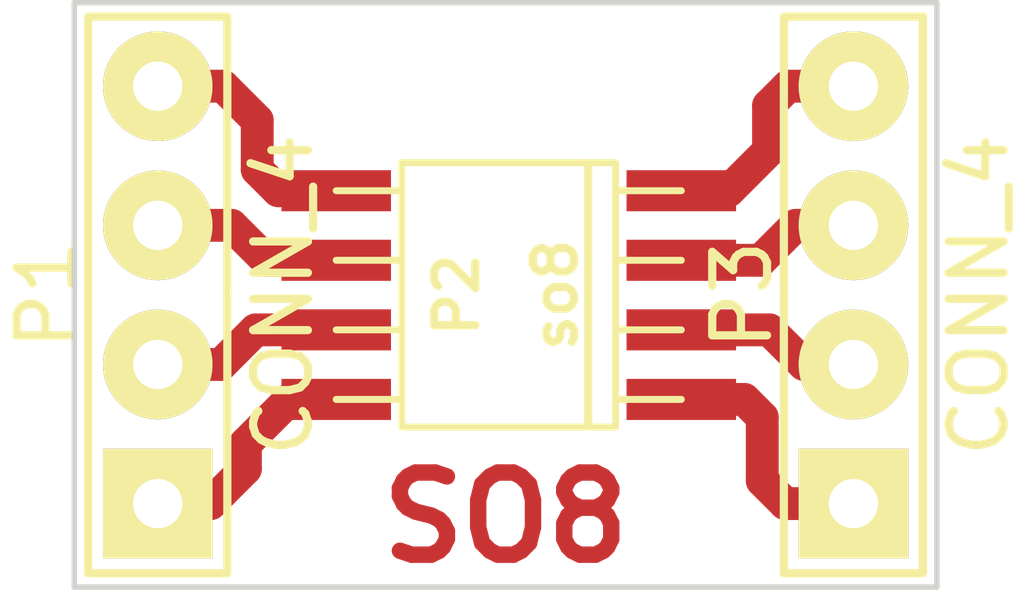
<source format=kicad_pcb>
(kicad_pcb (version 3) (host pcbnew "(2013-may-18)-stable")

  (general
    (links 8)
    (no_connects 0)
    (area 373.313 242.748999 391.989 253.636214)
    (thickness 1.6)
    (drawings 5)
    (tracks 32)
    (zones 0)
    (modules 3)
    (nets 9)
  )

  (page A2)
  (layers
    (15 F.Cu signal)
    (0 B.Cu signal)
    (16 B.Adhes user)
    (17 F.Adhes user)
    (18 B.Paste user)
    (19 F.Paste user)
    (20 B.SilkS user)
    (21 F.SilkS user)
    (22 B.Mask user)
    (23 F.Mask user)
    (24 Dwgs.User user)
    (25 Cmts.User user)
    (26 Eco1.User user)
    (27 Eco2.User user)
    (28 Edge.Cuts user)
  )

  (setup
    (last_trace_width 0.6)
    (trace_clearance 0.254)
    (zone_clearance 0.508)
    (zone_45_only no)
    (trace_min 0.254)
    (segment_width 0.2)
    (edge_width 0.1)
    (via_size 0.889)
    (via_drill 0.635)
    (via_min_size 0.889)
    (via_min_drill 0.508)
    (uvia_size 0.508)
    (uvia_drill 0.127)
    (uvias_allowed no)
    (uvia_min_size 0.508)
    (uvia_min_drill 0.127)
    (pcb_text_width 0.3)
    (pcb_text_size 1.5 1.5)
    (mod_edge_width 0.15)
    (mod_text_size 1 1)
    (mod_text_width 0.15)
    (pad_size 1.5 1.5)
    (pad_drill 0.6)
    (pad_to_mask_clearance 0)
    (aux_axis_origin 0 0)
    (visible_elements 7FFFFFFF)
    (pcbplotparams
      (layerselection 3178497)
      (usegerberextensions true)
      (excludeedgelayer true)
      (linewidth 0.150000)
      (plotframeref false)
      (viasonmask false)
      (mode 1)
      (useauxorigin false)
      (hpglpennumber 1)
      (hpglpenspeed 20)
      (hpglpendiameter 15)
      (hpglpenoverlay 2)
      (psnegative false)
      (psa4output false)
      (plotreference true)
      (plotvalue true)
      (plotothertext true)
      (plotinvisibletext false)
      (padsonsilk false)
      (subtractmaskfromsilk false)
      (outputformat 1)
      (mirror false)
      (drillshape 1)
      (scaleselection 1)
      (outputdirectory ""))
  )

  (net 0 "")
  (net 1 N-000001)
  (net 2 N-000002)
  (net 3 N-000003)
  (net 4 N-000004)
  (net 5 N-000005)
  (net 6 N-000006)
  (net 7 N-000007)
  (net 8 N-000008)

  (net_class Default "This is the default net class."
    (clearance 0.254)
    (trace_width 0.6)
    (via_dia 0.889)
    (via_drill 0.635)
    (uvia_dia 0.508)
    (uvia_drill 0.127)
    (add_net "")
    (add_net N-000001)
    (add_net N-000002)
    (add_net N-000003)
    (add_net N-000004)
    (add_net N-000005)
    (add_net N-000006)
    (add_net N-000007)
    (add_net N-000008)
  )

  (module Stiftleiste_4x1 (layer F.Cu) (tedit 535A5C67) (tstamp 536A7EBB)
    (at 526.874 373.158 90)
    (path /536A7E2E)
    (fp_text reference P3 (at 0 -2.032 90) (layer F.SilkS)
      (effects (font (size 1 1) (thickness 0.15)))
    )
    (fp_text value CONN_4 (at 0 2.286 90) (layer F.SilkS)
      (effects (font (size 1 1) (thickness 0.15)))
    )
    (fp_line (start 0 -1.27) (end 5.08 -1.27) (layer F.SilkS) (width 0.15))
    (fp_line (start 5.08 -1.27) (end 5.08 1.27) (layer F.SilkS) (width 0.15))
    (fp_line (start 5.08 1.27) (end 0 1.27) (layer F.SilkS) (width 0.15))
    (fp_line (start -5.08 -1.27) (end 0 -1.27) (layer F.SilkS) (width 0.15))
    (fp_line (start 0 1.27) (end -5.08 1.27) (layer F.SilkS) (width 0.15))
    (fp_line (start -5.08 1.27) (end -5.08 -1.27) (layer F.SilkS) (width 0.15))
    (pad 1 thru_hole rect (at -3.81 0 90) (size 2 2) (drill 0.9)
      (layers *.Cu *.Mask F.SilkS)
      (net 8 N-000008)
    )
    (pad 2 thru_hole circle (at -1.27 0 90) (size 2 2) (drill 0.9)
      (layers *.Cu *.Mask F.SilkS)
      (net 7 N-000007)
    )
    (pad 3 thru_hole circle (at 1.27 0 90) (size 2 2) (drill 0.9)
      (layers *.Cu *.Mask F.SilkS)
      (net 3 N-000003)
    )
    (pad 4 thru_hole circle (at 3.81 0 90) (size 2 2) (drill 0.9)
      (layers *.Cu *.Mask F.SilkS)
      (net 2 N-000002)
    )
  )

  (module Stiftleiste_4x1 (layer F.Cu) (tedit 535A5C67) (tstamp 536A7EC9)
    (at 514.174 373.158 90)
    (path /536A7E3B)
    (fp_text reference P1 (at 0 -2.032 90) (layer F.SilkS)
      (effects (font (size 1 1) (thickness 0.15)))
    )
    (fp_text value CONN_4 (at 0 2.286 90) (layer F.SilkS)
      (effects (font (size 1 1) (thickness 0.15)))
    )
    (fp_line (start 0 -1.27) (end 5.08 -1.27) (layer F.SilkS) (width 0.15))
    (fp_line (start 5.08 -1.27) (end 5.08 1.27) (layer F.SilkS) (width 0.15))
    (fp_line (start 5.08 1.27) (end 0 1.27) (layer F.SilkS) (width 0.15))
    (fp_line (start -5.08 -1.27) (end 0 -1.27) (layer F.SilkS) (width 0.15))
    (fp_line (start 0 1.27) (end -5.08 1.27) (layer F.SilkS) (width 0.15))
    (fp_line (start -5.08 1.27) (end -5.08 -1.27) (layer F.SilkS) (width 0.15))
    (pad 1 thru_hole rect (at -3.81 0 90) (size 2 2) (drill 0.9)
      (layers *.Cu *.Mask F.SilkS)
      (net 6 N-000006)
    )
    (pad 2 thru_hole circle (at -1.27 0 90) (size 2 2) (drill 0.9)
      (layers *.Cu *.Mask F.SilkS)
      (net 5 N-000005)
    )
    (pad 3 thru_hole circle (at 1.27 0 90) (size 2 2) (drill 0.9)
      (layers *.Cu *.Mask F.SilkS)
      (net 1 N-000001)
    )
    (pad 4 thru_hole circle (at 3.81 0 90) (size 2 2) (drill 0.9)
      (layers *.Cu *.Mask F.SilkS)
      (net 4 N-000004)
    )
  )

  (module st485 (layer F.Cu) (tedit 535CD018) (tstamp 536A7EE2)
    (at 518.6317 373.158 90)
    (descr st485)
    (path /536A7E1A)
    (attr smd)
    (fp_text reference P2 (at 0 1 90) (layer F.SilkS)
      (effects (font (size 0.7493 0.7493) (thickness 0.14986)))
    )
    (fp_text value so8 (at 0 2.8 90) (layer F.SilkS)
      (effects (font (size 0.7493 0.7493) (thickness 0.14986)))
    )
    (fp_line (start -2.4 3.4) (end 2.4 3.4) (layer F.SilkS) (width 0.15))
    (fp_line (start -2.413 0) (end -2.413 3.9) (layer F.SilkS) (width 0.127))
    (fp_line (start -2.413 3.9) (end 2.413 3.9) (layer F.SilkS) (width 0.127))
    (fp_line (start 2.413 3.9) (end 2.413 0) (layer F.SilkS) (width 0.127))
    (fp_line (start 2.413 0) (end -2.413 0) (layer F.SilkS) (width 0.127))
    (fp_line (start -1.908 0) (end -1.908 -1.2) (layer F.SilkS) (width 0.127))
    (fp_line (start -0.638 0) (end -0.638 -1.2) (layer F.SilkS) (width 0.127))
    (fp_line (start 0.632 0) (end 0.632 -1.2) (layer F.SilkS) (width 0.127))
    (fp_line (start 1.902 -1.2) (end 1.902 0) (layer F.SilkS) (width 0.127))
    (fp_line (start 1.902 3.9) (end 1.902 5.1) (layer F.SilkS) (width 0.127))
    (fp_line (start 0.632 5.1) (end 0.632 3.9) (layer F.SilkS) (width 0.127))
    (fp_line (start -0.638 5.1) (end -0.638 3.9) (layer F.SilkS) (width 0.127))
    (fp_line (start -1.908 5.1) (end -1.908 3.9) (layer F.SilkS) (width 0.127))
    (pad 1 smd rect (at -1.908 5.1 90) (size 0.75 2)
      (layers F.Cu F.Paste F.Mask)
      (net 8 N-000008)
    )
    (pad 2 smd rect (at -0.638 5.1 90) (size 0.75 2)
      (layers F.Cu F.Paste F.Mask)
      (net 7 N-000007)
    )
    (pad 3 smd rect (at 0.632 5.1 90) (size 0.75 2)
      (layers F.Cu F.Paste F.Mask)
      (net 3 N-000003)
    )
    (pad 4 smd rect (at 1.902 5.1 90) (size 0.75 2)
      (layers F.Cu F.Paste F.Mask)
      (net 2 N-000002)
    )
    (pad 5 smd rect (at 1.902 -1.2 90) (size 0.75 2)
      (layers F.Cu F.Paste F.Mask)
      (net 4 N-000004)
    )
    (pad 6 smd rect (at 0.632 -1.2 90) (size 0.75 2)
      (layers F.Cu F.Paste F.Mask)
      (net 1 N-000001)
    )
    (pad 7 smd rect (at -0.638 -1.2 90) (size 0.75 2)
      (layers F.Cu F.Paste F.Mask)
      (net 5 N-000005)
    )
    (pad 8 smd rect (at -1.908 -1.2 90) (size 0.75 2)
      (layers F.Cu F.Paste F.Mask)
      (net 6 N-000006)
    )
    (model smd/smd_dil/so-8.wrl
      (at (xyz 0 0 0))
      (scale (xyz 1 1 1))
      (rotate (xyz 0 0 0))
    )
  )

  (gr_text SO8 (at 520.524 377.222) (layer F.Cu)
    (effects (font (size 1.5 1.5) (thickness 0.3)))
  )
  (gr_line (start 512.65 378.492) (end 512.65 367.824) (angle 90) (layer Edge.Cuts) (width 0.1))
  (gr_line (start 528.398 378.492) (end 512.65 378.492) (angle 90) (layer Edge.Cuts) (width 0.1))
  (gr_line (start 528.398 367.824) (end 528.398 378.492) (angle 90) (layer Edge.Cuts) (width 0.1))
  (gr_line (start 512.65 367.824) (end 528.398 367.824) (angle 90) (layer Edge.Cuts) (width 0.1))

  (segment (start 517.4317 372.526) (end 516.1582 372.526) (width 0.6) (layer F.Cu) (net 1))
  (segment (start 515.5202 371.888) (end 514.174 371.888) (width 0.6) (layer F.Cu) (net 1) (tstamp 536A7FE8))
  (segment (start 516.1582 372.526) (end 515.5202 371.888) (width 0.6) (layer F.Cu) (net 1) (tstamp 536A7FE7))
  (segment (start 523.7317 371.256) (end 524.5977 371.256) (width 0.6) (layer F.Cu) (net 2))
  (segment (start 525.6802 369.348) (end 526.874 369.348) (width 0.6) (layer F.Cu) (net 2) (tstamp 536A7FDA))
  (segment (start 525.3246 369.7036) (end 525.6802 369.348) (width 0.6) (layer F.Cu) (net 2) (tstamp 536A7FD9))
  (segment (start 525.3246 370.5291) (end 525.3246 369.7036) (width 0.6) (layer F.Cu) (net 2) (tstamp 536A7FD8))
  (segment (start 524.5977 371.256) (end 525.3246 370.5291) (width 0.6) (layer F.Cu) (net 2) (tstamp 536A7FD7))
  (segment (start 523.7317 372.526) (end 525.1819 372.526) (width 0.6) (layer F.Cu) (net 3))
  (segment (start 525.8199 371.888) (end 526.874 371.888) (width 0.6) (layer F.Cu) (net 3) (tstamp 536A7FE4))
  (segment (start 525.1819 372.526) (end 525.8199 371.888) (width 0.6) (layer F.Cu) (net 3) (tstamp 536A7FE3))
  (segment (start 517.4317 371.256) (end 516.3741 371.256) (width 0.6) (layer F.Cu) (net 4))
  (segment (start 515.3678 369.348) (end 514.174 369.348) (width 0.6) (layer F.Cu) (net 4) (tstamp 536A7FE0))
  (segment (start 515.9901 369.9703) (end 515.3678 369.348) (width 0.6) (layer F.Cu) (net 4) (tstamp 536A7FDF))
  (segment (start 515.9901 370.872) (end 515.9901 369.9703) (width 0.6) (layer F.Cu) (net 4) (tstamp 536A7FDE))
  (segment (start 516.3741 371.256) (end 515.9901 370.872) (width 0.6) (layer F.Cu) (net 4) (tstamp 536A7FDD))
  (segment (start 517.4317 373.796) (end 515.9617 373.796) (width 0.6) (layer F.Cu) (net 5))
  (segment (start 515.3297 374.428) (end 514.174 374.428) (width 0.6) (layer F.Cu) (net 5) (tstamp 536A7FF0))
  (segment (start 515.9617 373.796) (end 515.3297 374.428) (width 0.6) (layer F.Cu) (net 5) (tstamp 536A7FEF))
  (segment (start 517.4317 375.066) (end 516.584 375.066) (width 0.6) (layer F.Cu) (net 6))
  (segment (start 515.1392 376.968) (end 514.174 376.968) (width 0.6) (layer F.Cu) (net 6) (tstamp 536A7FF6))
  (segment (start 515.7742 376.333) (end 515.1392 376.968) (width 0.6) (layer F.Cu) (net 6) (tstamp 536A7FF5))
  (segment (start 515.7742 375.8758) (end 515.7742 376.333) (width 0.6) (layer F.Cu) (net 6) (tstamp 536A7FF4))
  (segment (start 516.584 375.066) (end 515.7742 375.8758) (width 0.6) (layer F.Cu) (net 6) (tstamp 536A7FF3))
  (segment (start 523.7317 373.796) (end 525.3403 373.796) (width 0.6) (layer F.Cu) (net 7))
  (segment (start 525.9723 374.428) (end 526.874 374.428) (width 0.6) (layer F.Cu) (net 7) (tstamp 536A7FEC))
  (segment (start 525.3403 373.796) (end 525.9723 374.428) (width 0.6) (layer F.Cu) (net 7) (tstamp 536A7FEB))
  (segment (start 523.7317 375.066) (end 524.8831 375.066) (width 0.6) (layer F.Cu) (net 8))
  (segment (start 525.6294 376.968) (end 526.874 376.968) (width 0.6) (layer F.Cu) (net 8) (tstamp 536A7FFC))
  (segment (start 525.2103 376.5489) (end 525.6294 376.968) (width 0.6) (layer F.Cu) (net 8) (tstamp 536A7FFB))
  (segment (start 525.2103 375.3932) (end 525.2103 376.5489) (width 0.6) (layer F.Cu) (net 8) (tstamp 536A7FFA))
  (segment (start 524.8831 375.066) (end 525.2103 375.3932) (width 0.6) (layer F.Cu) (net 8) (tstamp 536A7FF9))

)

</source>
